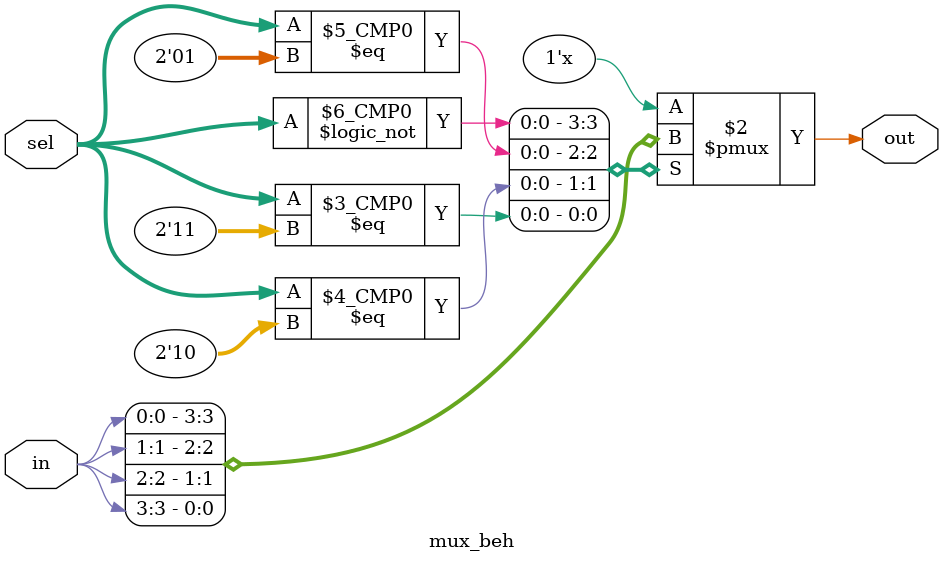
<source format=v>
module mux_beh (
	input [3:0]in ,input [1:0]sel ,
	output reg out 
);

always @(*) begin
	
	case(sel)
		2'b00 : out = in[0] ;
		2'b01 : out = in[1] ;
		2'b10 : out = in[2] ;
		2'b11 : out = in[3] ;
	endcase
end

endmodule

</source>
